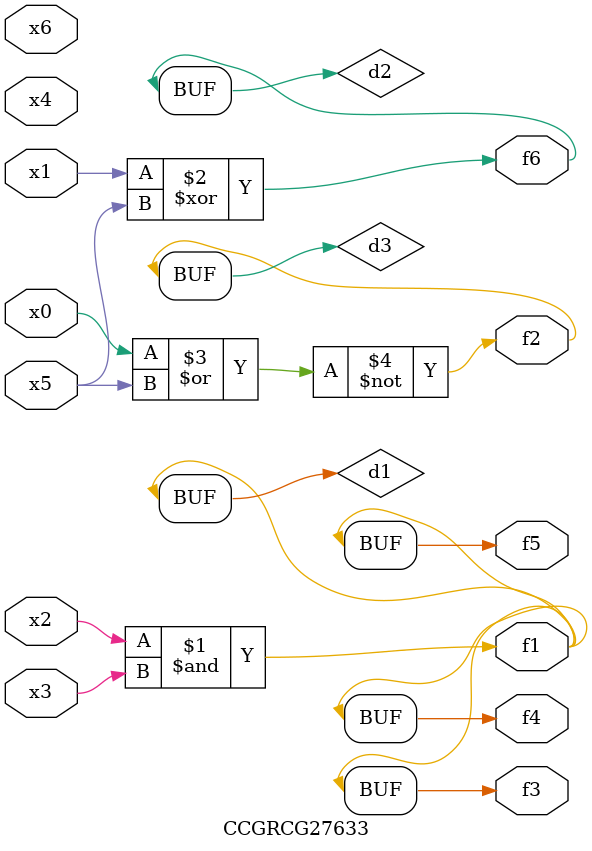
<source format=v>
module CCGRCG27633(
	input x0, x1, x2, x3, x4, x5, x6,
	output f1, f2, f3, f4, f5, f6
);

	wire d1, d2, d3;

	and (d1, x2, x3);
	xor (d2, x1, x5);
	nor (d3, x0, x5);
	assign f1 = d1;
	assign f2 = d3;
	assign f3 = d1;
	assign f4 = d1;
	assign f5 = d1;
	assign f6 = d2;
endmodule

</source>
